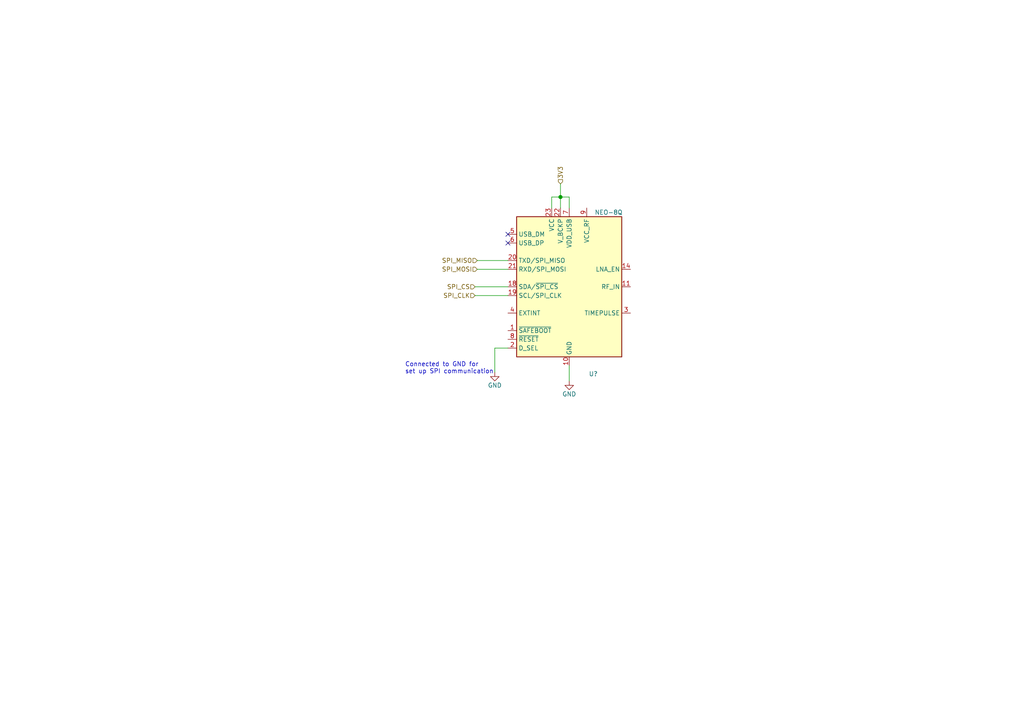
<source format=kicad_sch>
(kicad_sch (version 20210621) (generator eeschema)
  (paper "A4")
  (lib_symbols
    (symbol "RF_GPS:NEO-8Q"
      (property "Reference" "U" (at -13.97 21.59 0))
      (property "Value" "NEO-8Q" (at 11.43 21.59 0))
      (symbol "NEO-8Q_0_1"
        (rectangle (start -15.24 20.32) (end 15.24 -20.32) (stroke (width 0.254)) (fill (type background)))
      )
      (symbol "NEO-8Q_1_1"
        (pin input line (at -17.78 -12.7 0) (length 2.54) (name "~{SAFEBOOT}") (number "1"))
        (pin power_in line (at 0 -22.86 90) (length 2.54) (name "GND") (number "10"))
        (pin input line (at 17.78 0 180) (length 2.54) (name "RF_IN") (number "11"))
        (pin passive line (at 0 -22.86 90) (length 2.54) hide (name "GND") (number "12"))
        (pin passive line (at 0 -22.86 90) (length 2.54) hide (name "GND") (number "13"))
        (pin output line (at 17.78 5.08 180) (length 2.54) (name "LNA_EN") (number "14"))
        (pin no_connect line (at 15.24 -10.16 180) (length 2.54) hide (name "RESERVED") (number "15"))
        (pin no_connect line (at 15.24 -12.7 180) (length 2.54) hide (name "RESERVED") (number "16"))
        (pin no_connect line (at 15.24 -15.24 180) (length 2.54) hide (name "RESERVED") (number "17"))
        (pin bidirectional line (at -17.78 0 0) (length 2.54) (name "SDA/~{SPI_CS}") (number "18"))
        (pin input line (at -17.78 -2.54 0) (length 2.54) (name "SCL/SPI_CLK") (number "19"))
        (pin input line (at -17.78 -17.78 0) (length 2.54) (name "D_SEL") (number "2"))
        (pin output line (at -17.78 7.62 0) (length 2.54) (name "TXD/SPI_MISO") (number "20"))
        (pin input line (at -17.78 5.08 0) (length 2.54) (name "RXD/SPI_MOSI") (number "21"))
        (pin power_in line (at -2.54 22.86 270) (length 2.54) (name "V_BCKP") (number "22"))
        (pin power_in line (at -5.08 22.86 270) (length 2.54) (name "VCC") (number "23"))
        (pin passive line (at 0 -22.86 90) (length 2.54) hide (name "GND") (number "24"))
        (pin output line (at 17.78 -7.62 180) (length 2.54) (name "TIMEPULSE") (number "3"))
        (pin input line (at -17.78 -7.62 0) (length 2.54) (name "EXTINT") (number "4"))
        (pin bidirectional line (at -17.78 15.24 0) (length 2.54) (name "USB_DM") (number "5"))
        (pin bidirectional line (at -17.78 12.7 0) (length 2.54) (name "USB_DP") (number "6"))
        (pin power_in line (at 0 22.86 270) (length 2.54) (name "VDD_USB") (number "7"))
        (pin input line (at -17.78 -15.24 0) (length 2.54) (name "~{RESET}") (number "8"))
        (pin power_out line (at 5.08 22.86 270) (length 2.54) (name "VCC_RF") (number "9"))
      )
    )
    (symbol "power:GND" (power) (pin_names (offset 0))
      (property "Value" "GND" (at 0 -3.81 0))
      (symbol "GND_0_1"
        (polyline (pts (xy 0 0) (xy 0 -1.27) (xy 1.27 -1.27) (xy 0 -2.54) (xy -1.27 -1.27) (xy 0 -1.27)))
      )
      (symbol "GND_1_1"
        (pin power_in line (at 0 0 270) (length 0) hide (name "GND") (number "1"))
      )
    )
  )
  (junction (at 162.56 57.15) (diameter 1.016))
  (no_connect (at 147.32 67.945))
  (no_connect (at 147.32 70.485))
  (wire (pts (xy 137.795 83.185) (xy 147.32 83.185)))
  (wire (pts (xy 137.795 85.725) (xy 147.32 85.725)))
  (wire (pts (xy 138.43 75.565) (xy 147.32 75.565)))
  (wire (pts (xy 138.43 78.105) (xy 147.32 78.105)))
  (wire (pts (xy 143.51 100.965) (xy 143.51 107.95)))
  (wire (pts (xy 147.32 100.965) (xy 143.51 100.965)))
  (wire (pts (xy 160.02 57.15) (xy 162.56 57.15)))
  (wire (pts (xy 160.02 60.325) (xy 160.02 57.15)))
  (wire (pts (xy 162.56 53.34) (xy 162.56 57.15)))
  (wire (pts (xy 162.56 57.15) (xy 162.56 60.325)))
  (wire (pts (xy 165.1 57.15) (xy 162.56 57.15)))
  (wire (pts (xy 165.1 60.325) (xy 165.1 57.15)))
  (wire (pts (xy 165.1 106.045) (xy 165.1 110.49)))
  (text "Connected to GND for \nset up SPI communication\n" (at 117.475 108.585 0) (effects (font (size 1.27 1.27)) (justify left bottom)))
  (hierarchical_label "SPI_CS" (shape input) (at 137.795 83.185 180))
  (hierarchical_label "SPI_CLK" (shape input) (at 137.795 85.725 180))
  (hierarchical_label "SPI_MISO" (shape input) (at 138.43 75.565 180))
  (hierarchical_label "SPI_MOSI" (shape input) (at 138.43 78.105 180))
  (hierarchical_label "3V3" (shape input) (at 162.56 53.34 90))
  (symbol (lib_id "power:GND") (at 143.51 107.95 0) (unit 1)
    (property "Reference" "#PWR?" (effects hide))
  )
  (symbol (lib_id "power:GND") (at 165.1 110.49 0) (unit 1)
    (property "Reference" "#PWR?" (effects hide))
    (property "Value" "GND" (at 165.1 114.3 0))
  )
  (symbol (lib_id "RF_GPS:NEO-8Q") (at 165.1 83.185 0) (unit 1)
    (property "Reference" "U?" (at 172.085 108.4486 0))
    (property "Value" "NEO-8Q" (at 176.53 61.595 0))
    (property "Footprint" "RF_GPS:ublox_NEO" (effects hide))
    (property "Datasheet" "https://www.u-blox.com/sites/default/files/NEO-8Q_DataSheet_%28UBX-15031913%29.pdf" (effects hide))
  )
)
</source>
